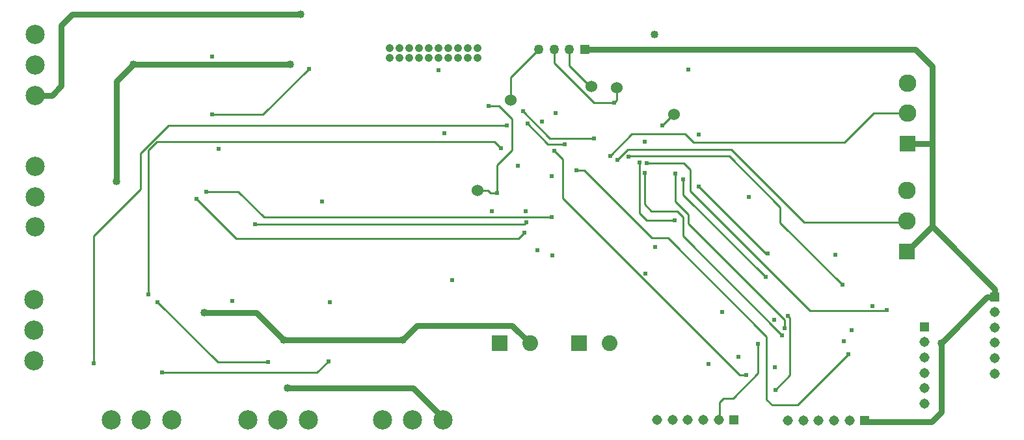
<source format=gbr>
%TF.GenerationSoftware,KiCad,Pcbnew,(6.0.4)*%
%TF.CreationDate,2022-04-12T20:51:16-07:00*%
%TF.ProjectId,L0005-Valve-Controller,4c303030-352d-4566-916c-76652d436f6e,1.0*%
%TF.SameCoordinates,Original*%
%TF.FileFunction,Copper,L4,Bot*%
%TF.FilePolarity,Positive*%
%FSLAX46Y46*%
G04 Gerber Fmt 4.6, Leading zero omitted, Abs format (unit mm)*
G04 Created by KiCad (PCBNEW (6.0.4)) date 2022-04-12 20:51:16*
%MOMM*%
%LPD*%
G01*
G04 APERTURE LIST*
%TA.AperFunction,ComponentPad*%
%ADD10C,1.066800*%
%TD*%
%TA.AperFunction,ComponentPad*%
%ADD11C,2.500000*%
%TD*%
%TA.AperFunction,SMDPad,CuDef*%
%ADD12C,1.524000*%
%TD*%
%TA.AperFunction,ComponentPad*%
%ADD13R,1.308000X1.308000*%
%TD*%
%TA.AperFunction,ComponentPad*%
%ADD14C,1.308000*%
%TD*%
%TA.AperFunction,ComponentPad*%
%ADD15R,2.050000X2.050000*%
%TD*%
%TA.AperFunction,ComponentPad*%
%ADD16C,2.286000*%
%TD*%
%TA.AperFunction,ComponentPad*%
%ADD17C,2.050000*%
%TD*%
%TA.AperFunction,ComponentPad*%
%ADD18R,1.258000X1.258000*%
%TD*%
%TA.AperFunction,ComponentPad*%
%ADD19C,1.258000*%
%TD*%
%TA.AperFunction,ViaPad*%
%ADD20C,0.607060*%
%TD*%
%TA.AperFunction,ViaPad*%
%ADD21C,1.016000*%
%TD*%
%TA.AperFunction,Conductor*%
%ADD22C,0.254000*%
%TD*%
%TA.AperFunction,Conductor*%
%ADD23C,0.762000*%
%TD*%
G04 APERTURE END LIST*
D10*
%TO.P,P1,1,1*%
%TO.N,3.3V*%
X108280200Y-75398250D03*
%TO.P,P1,2,2*%
X108280200Y-74128250D03*
%TO.P,P1,3,3*%
%TO.N,Earth*%
X109550200Y-75398250D03*
%TO.P,P1,4,4*%
X109550200Y-74128250D03*
%TO.P,P1,5,5*%
X110820200Y-75398250D03*
%TO.P,P1,6,6*%
X110820200Y-74128250D03*
%TO.P,P1,7,7*%
%TO.N,SWDIO*%
X112090200Y-75398250D03*
%TO.P,P1,8,8*%
%TO.N,Earth*%
X112090200Y-74128250D03*
%TO.P,P1,9,9*%
%TO.N,SWCLK*%
X113360200Y-75398250D03*
%TO.P,P1,10,10*%
%TO.N,Earth*%
X113360200Y-74128250D03*
%TO.P,P1,11,11*%
%TO.N,unconnected-(P1-Pad11)*%
X114630200Y-75398250D03*
%TO.P,P1,12,12*%
%TO.N,Earth*%
X114630200Y-74128250D03*
%TO.P,P1,13,13*%
%TO.N,SWO*%
X115900200Y-75398250D03*
%TO.P,P1,14,14*%
%TO.N,Earth*%
X115900200Y-74128250D03*
%TO.P,P1,15,15*%
%TO.N,NRST*%
X117170200Y-75398250D03*
%TO.P,P1,16,16*%
%TO.N,Earth*%
X117170200Y-74128250D03*
%TO.P,P1,17,17*%
%TO.N,unconnected-(P1-Pad17)*%
X118440200Y-75398250D03*
%TO.P,P1,18,18*%
%TO.N,Earth*%
X118440200Y-74128250D03*
%TO.P,P1,19,19*%
%TO.N,unconnected-(P1-Pad19)*%
X119710200Y-75398250D03*
%TO.P,P1,20,20*%
%TO.N,Earth*%
X119710200Y-74128250D03*
%TD*%
D11*
%TO.P,P3,1,1*%
%TO.N,Net-(C16-Pad2)*%
X115212000Y-122555000D03*
%TO.P,P3,2,2*%
%TO.N,AC_HOT*%
X111252000Y-122555000D03*
%TO.P,P3,3,3*%
%TO.N,unconnected-(P3-Pad3)*%
X107292000Y-122555000D03*
%TD*%
%TO.P,P4,1,1*%
%TO.N,Net-(C17-Pad2)*%
X97686000Y-122557000D03*
%TO.P,P4,2,2*%
%TO.N,AC_HOT*%
X93726000Y-122557000D03*
%TO.P,P4,3,3*%
%TO.N,unconnected-(P4-Pad3)*%
X89766000Y-122557000D03*
%TD*%
%TO.P,P5,1,1*%
%TO.N,Net-(C18-Pad2)*%
X79906000Y-122555000D03*
%TO.P,P5,2,2*%
%TO.N,AC_HOT*%
X75946000Y-122555000D03*
%TO.P,P5,3,3*%
%TO.N,unconnected-(P5-Pad3)*%
X71986000Y-122555000D03*
%TD*%
%TO.P,P6,1,1*%
%TO.N,Net-(C19-Pad2)*%
X61974000Y-114831000D03*
%TO.P,P6,2,2*%
%TO.N,AC_HOT*%
X61974000Y-110871000D03*
%TO.P,P6,3,3*%
%TO.N,unconnected-(P6-Pad3)*%
X61974000Y-106911000D03*
%TD*%
%TO.P,P8,1,1*%
%TO.N,Net-(C21-Pad2)*%
X62101000Y-80287000D03*
%TO.P,P8,2,2*%
%TO.N,AC_HOT*%
X62101000Y-76327000D03*
%TO.P,P8,3,3*%
%TO.N,unconnected-(P8-Pad3)*%
X62101000Y-72367000D03*
%TD*%
%TO.P,P7,1,1*%
%TO.N,Net-(C20-Pad2)*%
X62101000Y-97432000D03*
%TO.P,P7,2,2*%
%TO.N,AC_HOT*%
X62101000Y-93472000D03*
%TO.P,P7,3,3*%
%TO.N,unconnected-(P7-Pad3)*%
X62101000Y-89512000D03*
%TD*%
D12*
%TO.P,TP4,1*%
%TO.N,RX*%
X134518400Y-79146400D03*
%TD*%
D13*
%TO.P,P13,1,+12V*%
%TO.N,5V*%
X187042400Y-106507500D03*
D14*
%TO.P,P13,2,GND*%
%TO.N,Net-(P13-Pad2)*%
X187042400Y-108507500D03*
%TO.P,P13,3,3*%
%TO.N,Earth*%
X187042400Y-110507500D03*
%TO.P,P13,4,4*%
%TO.N,Net-(P13-Pad4)*%
X187042400Y-112507500D03*
%TO.P,P13,5,5*%
%TO.N,Earth*%
X187042400Y-114507500D03*
%TO.P,P13,6,6*%
X187042400Y-116507500D03*
%TD*%
D13*
%TO.P,P12,1,+12V*%
%TO.N,5V*%
X177901600Y-110417600D03*
D14*
%TO.P,P12,2,GND*%
%TO.N,Net-(P12-Pad2)*%
X177901600Y-112417600D03*
%TO.P,P12,3,3*%
%TO.N,5V*%
X177901600Y-114417600D03*
%TO.P,P12,4,4*%
%TO.N,Net-(P12-Pad4)*%
X177901600Y-116417600D03*
%TO.P,P12,5,5*%
%TO.N,/Valves/SBV2_PUL5*%
X177901600Y-118417600D03*
%TO.P,P12,6,6*%
%TO.N,Earth*%
X177901600Y-120417600D03*
%TD*%
D13*
%TO.P,P10,1,+12V*%
%TO.N,5V*%
X153080500Y-122526400D03*
D14*
%TO.P,P10,2,GND*%
%TO.N,Net-(P10-Pad2)*%
X151080500Y-122526400D03*
%TO.P,P10,3,3*%
%TO.N,5V*%
X149080500Y-122526400D03*
%TO.P,P10,4,4*%
%TO.N,Net-(P10-Pad4)*%
X147080500Y-122526400D03*
%TO.P,P10,5,5*%
%TO.N,/Valves/SBV1_PUL5*%
X145080500Y-122526400D03*
%TO.P,P10,6,6*%
%TO.N,Earth*%
X143080500Y-122526400D03*
%TD*%
D13*
%TO.P,P11,1,+12V*%
%TO.N,5V*%
X170098500Y-122628000D03*
D14*
%TO.P,P11,2,GND*%
%TO.N,Net-(P11-Pad2)*%
X168098500Y-122628000D03*
%TO.P,P11,3,3*%
%TO.N,Earth*%
X166098500Y-122628000D03*
%TO.P,P11,4,4*%
%TO.N,Net-(P11-Pad4)*%
X164098500Y-122628000D03*
%TO.P,P11,5,5*%
%TO.N,Earth*%
X162098500Y-122628000D03*
%TO.P,P11,6,6*%
X160098500Y-122628000D03*
%TD*%
D15*
%TO.P,P14,1,1*%
%TO.N,5V*%
X175670100Y-86578100D03*
D16*
%TO.P,P14,2,2*%
%TO.N,PG1*%
X175670100Y-82618100D03*
%TO.P,P14,3,3*%
%TO.N,Earth*%
X175670100Y-78658100D03*
%TD*%
D15*
%TO.P,P9,1,1*%
%TO.N,Net-(F1-Pad2)*%
X122564300Y-112576500D03*
D17*
%TO.P,P9,2,2*%
%TO.N,AC_NEUTRAL*%
X126524300Y-112576500D03*
%TD*%
D12*
%TO.P,TP5,1*%
%TO.N,TX*%
X137820400Y-79298800D03*
%TD*%
D18*
%TO.P,P2,1,+12V*%
%TO.N,5V*%
X133657600Y-74282000D03*
D19*
%TO.P,P2,2,GND*%
%TO.N,RX*%
X131657600Y-74282000D03*
%TO.P,P2,3,3*%
%TO.N,TX*%
X129657600Y-74282000D03*
%TO.P,P2,4,4*%
%TO.N,Earth*%
X127657600Y-74282000D03*
%TD*%
D15*
%TO.P,P16,1,1*%
%TO.N,Net-(P16-Pad1)*%
X132927500Y-112525700D03*
D17*
%TO.P,P16,2,2*%
%TO.N,Net-(D2-Pad1)*%
X136887500Y-112525700D03*
%TD*%
D12*
%TO.P,TP3,1*%
%TO.N,3.3V*%
X145288000Y-82753200D03*
%TD*%
D15*
%TO.P,P15,1,1*%
%TO.N,5V*%
X175568500Y-100598900D03*
D16*
%TO.P,P15,2,2*%
%TO.N,PG2*%
X175568500Y-96638900D03*
%TO.P,P15,3,3*%
%TO.N,Earth*%
X175568500Y-92678900D03*
%TD*%
D12*
%TO.P,TP2,1*%
%TO.N,Earth*%
X124053600Y-80924400D03*
%TD*%
%TO.P,TP1,1*%
%TO.N,NRST*%
X119684800Y-92659200D03*
%TD*%
D20*
%TO.N,Net-(K1-Pad2)*%
X78613000Y-116408200D03*
%TO.N,SOL5*%
X126064000Y-96795600D03*
D21*
%TO.N,3.3V*%
X142748000Y-72339200D03*
D20*
%TO.N,Earth*%
X154990800Y-93522800D03*
%TO.N,3.3V*%
X153659599Y-114361201D03*
%TO.N,SBV2_PUL*%
X167944800Y-113995200D03*
X132588000Y-90017600D03*
D21*
%TO.N,Net-(C16-Pad2)*%
X94996000Y-118414800D03*
D20*
%TO.N,3.3V*%
X143713200Y-84226400D03*
D21*
%TO.N,5V*%
X180035200Y-112522000D03*
D20*
%TO.N,PG1*%
X136956800Y-88138000D03*
%TO.N,SWCLK*%
X131013200Y-86614000D03*
%TO.N,PG2*%
X137922000Y-88646000D03*
%TO.N,ENCD2_B*%
X167182800Y-104952800D03*
X139344400Y-88290400D03*
%TO.N,SBV2_DIR*%
X146456400Y-91236800D03*
%TO.N,ENCD1_A*%
X145440400Y-90474800D03*
%TO.N,ENCD2_A*%
X148488400Y-92151200D03*
X157480000Y-100838000D03*
%TO.N,Earth*%
X166245600Y-101064000D03*
%TO.N,SBV2_EN*%
X141732000Y-89103200D03*
X172974000Y-108204000D03*
%TO.N,SBV2_DIR*%
X157175200Y-103936800D03*
%TO.N,Earth*%
X171094400Y-107696000D03*
%TO.N,3.3V*%
X168402000Y-110896400D03*
%TO.N,Earth*%
X167386000Y-112318800D03*
%TO.N,ENCD1_A*%
X159664400Y-110642400D03*
%TO.N,ENCD1_B*%
X141427200Y-90373200D03*
X159359600Y-111506000D03*
%TO.N,Net-(P10-Pad4)*%
X160121600Y-108966000D03*
X158445200Y-118618000D03*
%TO.N,Net-(P10-Pad2)*%
X156210000Y-112623600D03*
%TO.N,SBV1_DIR*%
X140766800Y-89001600D03*
X145389600Y-96520000D03*
%TO.N,Earth*%
X158343600Y-109474000D03*
%TO.N,SBV1_PUL*%
X129692400Y-87477600D03*
X154635200Y-116687600D03*
%TO.N,Earth*%
X158394400Y-115671600D03*
X149783800Y-115290600D03*
%TO.N,3.3V*%
X142798800Y-100025200D03*
X151536400Y-108508800D03*
%TO.N,Earth*%
X147116800Y-76911200D03*
%TO.N,TX*%
X137464800Y-81229200D03*
%TO.N,3.3V*%
X114655600Y-77012800D03*
%TO.N,NRST*%
X122224800Y-92964000D03*
X121107200Y-81635600D03*
%TO.N,SWO*%
X134823200Y-85852000D03*
X125628400Y-82346800D03*
%TO.N,SWCLK*%
X126187200Y-83972400D03*
%TO.N,SOL4*%
X129336800Y-96164400D03*
X84429600Y-92811600D03*
X85140800Y-82753200D03*
X97739200Y-76809600D03*
%TO.N,SOL1*%
X123545600Y-84175600D03*
X69748400Y-115163600D03*
%TO.N,SOL6*%
X125831600Y-98196400D03*
X83108800Y-93776800D03*
%TO.N,SOL3*%
X122732800Y-87172800D03*
X76860400Y-106222800D03*
%TO.N,SOL5*%
X90779600Y-97028000D03*
%TO.N,Earth*%
X148488400Y-85394800D03*
X141491600Y-86295600D03*
X141542400Y-103516800D03*
%TO.N,3.3V*%
X129413000Y-101117400D03*
X125933200Y-95402400D03*
X129320800Y-90795600D03*
%TO.N,Earth*%
X129859700Y-82585900D03*
%TO.N,3.3V*%
X128066800Y-83718400D03*
%TO.N,Earth*%
X124917200Y-89408000D03*
X127508000Y-100431600D03*
X121564400Y-95402400D03*
X116420000Y-104329600D03*
X99441000Y-94107000D03*
X100482400Y-107188000D03*
X115417600Y-85191600D03*
%TO.N,Net-(K1-Pad2)*%
X100279200Y-114909600D03*
%TO.N,Net-(C16-Pad2)*%
X92405200Y-115011200D03*
X78079600Y-107188000D03*
D21*
%TO.N,AC_NEUTRAL*%
X109931200Y-112166400D03*
X94488000Y-112166400D03*
X84175600Y-108559600D03*
D20*
%TO.N,Earth*%
X87757000Y-107061000D03*
D21*
%TO.N,AC_NEUTRAL*%
X95351600Y-76250800D03*
D20*
%TO.N,Earth*%
X86029800Y-87249000D03*
D21*
%TO.N,AC_NEUTRAL*%
X72694800Y-91440000D03*
X74879200Y-76250800D03*
D20*
%TO.N,Earth*%
X85191600Y-75184000D03*
%TO.N,Net-(C21-Pad2)*%
X77012800Y-69697600D03*
D21*
X96672400Y-69697600D03*
%TD*%
D22*
%TO.N,NRST*%
X122224800Y-92964000D02*
X121361200Y-92964000D01*
X121361200Y-92964000D02*
X121056400Y-92659200D01*
X121056400Y-92659200D02*
X119938800Y-92659200D01*
X119938800Y-92659200D02*
X119837200Y-92760800D01*
%TO.N,SBV2_PUL*%
X132588000Y-90017600D02*
X133553200Y-90017600D01*
X133553200Y-90017600D02*
X142392400Y-98856800D01*
X142392400Y-98856800D02*
X144475200Y-98856800D01*
X144475200Y-98856800D02*
X157327600Y-111709200D01*
X157327600Y-111709200D02*
X157327600Y-119888000D01*
X157327600Y-119888000D02*
X158038800Y-120599200D01*
X158038800Y-120599200D02*
X161340800Y-120599200D01*
X161340800Y-120599200D02*
X167944800Y-113995200D01*
D23*
%TO.N,Net-(C16-Pad2)*%
X94996000Y-118414800D02*
X111302800Y-118414800D01*
X111302800Y-118414800D02*
X114858800Y-121970800D01*
D22*
%TO.N,Earth*%
X124053600Y-80924400D02*
X124053600Y-77927200D01*
X124053600Y-77927200D02*
X127660400Y-74320400D01*
%TO.N,3.3V*%
X145288000Y-82753200D02*
X145186400Y-82753200D01*
X145186400Y-82753200D02*
X143713200Y-84226400D01*
%TO.N,RX*%
X131657600Y-74282000D02*
X131657600Y-76438000D01*
X131657600Y-76438000D02*
X134112000Y-78892400D01*
%TO.N,TX*%
X137820400Y-79298800D02*
X137820400Y-80873600D01*
X137820400Y-80873600D02*
X137464800Y-81229200D01*
D23*
%TO.N,5V*%
X180035200Y-121564400D02*
X178816000Y-122783600D01*
X180035200Y-112522000D02*
X180035200Y-121564400D01*
X178816000Y-122783600D02*
X170027600Y-122783600D01*
X180035200Y-112522000D02*
X186029600Y-106527600D01*
X186029600Y-106527600D02*
X186893200Y-106527600D01*
X187042400Y-106507500D02*
X187042400Y-105508400D01*
X187042400Y-105508400D02*
X178866800Y-97332800D01*
X178866800Y-76504800D02*
X178866800Y-86512400D01*
X178866800Y-86512400D02*
X178866800Y-97332800D01*
X175670100Y-86578100D02*
X178801100Y-86578100D01*
X178801100Y-86578100D02*
X178866800Y-86512400D01*
X133657600Y-74282000D02*
X176644000Y-74282000D01*
X176644000Y-74282000D02*
X178866800Y-76504800D01*
X178866800Y-97332800D02*
X175564800Y-100634800D01*
D22*
%TO.N,PG1*%
X136956800Y-88138000D02*
X139801600Y-85293200D01*
X147777200Y-86360000D02*
X167436800Y-86360000D01*
X139801600Y-85293200D02*
X146710400Y-85293200D01*
X146710400Y-85293200D02*
X147777200Y-86360000D01*
X167436800Y-86360000D02*
X171246800Y-82550000D01*
X171246800Y-82550000D02*
X175971200Y-82550000D01*
%TO.N,SWCLK*%
X131013200Y-86614000D02*
X128828800Y-86614000D01*
%TO.N,PG2*%
X137922000Y-88646000D02*
X139242800Y-87325200D01*
X139242800Y-87325200D02*
X152755600Y-87325200D01*
X152755600Y-87325200D02*
X162204400Y-96774000D01*
X162204400Y-96774000D02*
X175514000Y-96774000D01*
%TO.N,ENCD2_B*%
X159105600Y-94843600D02*
X159105600Y-96875600D01*
X152450800Y-88188800D02*
X159105600Y-94843600D01*
X159105600Y-96875600D02*
X167182800Y-104952800D01*
X139344400Y-88290400D02*
X139446000Y-88188800D01*
X139446000Y-88188800D02*
X152450800Y-88188800D01*
%TO.N,SBV2_DIR*%
X146456400Y-91795600D02*
X146456400Y-91236800D01*
%TO.N,ENCD1_A*%
X145440400Y-90474800D02*
X145424400Y-90560400D01*
X145424400Y-90795600D02*
X145440400Y-90474800D01*
%TO.N,SBV2_EN*%
X141732000Y-89103200D02*
X146558000Y-89103200D01*
X146558000Y-89103200D02*
X147370800Y-89916000D01*
X147370800Y-89916000D02*
X147370800Y-92710000D01*
X147370800Y-92710000D02*
X162986841Y-108326041D01*
X162986841Y-108326041D02*
X172851959Y-108326041D01*
X172851959Y-108326041D02*
X172974000Y-108204000D01*
%TO.N,ENCD2_A*%
X157480000Y-100838000D02*
X157175200Y-100838000D01*
X157175200Y-100838000D02*
X148488400Y-92151200D01*
%TO.N,SBV2_DIR*%
X157175200Y-103936800D02*
X146456400Y-93218000D01*
X146456400Y-93218000D02*
X146456400Y-91795600D01*
%TO.N,ENCD1_A*%
X145424400Y-90795600D02*
X145424400Y-94116400D01*
X147116800Y-96977200D02*
X159664400Y-109524800D01*
X145424400Y-94116400D02*
X147116800Y-95808800D01*
X147116800Y-95808800D02*
X147116800Y-96977200D01*
X159664400Y-109524800D02*
X159664400Y-110642400D01*
%TO.N,ENCD1_B*%
X159359600Y-111506000D02*
X146456400Y-98602800D01*
X146456400Y-98602800D02*
X146456400Y-96113600D01*
X146456400Y-96113600D02*
X145694400Y-95351600D01*
X142341600Y-95351600D02*
X141427200Y-94437200D01*
X145694400Y-95351600D02*
X142341600Y-95351600D01*
X141427200Y-94437200D02*
X141427200Y-90373200D01*
%TO.N,Net-(P10-Pad4)*%
X158445200Y-118618000D02*
X160375600Y-116687600D01*
X160375600Y-116687600D02*
X160375600Y-109220000D01*
X160375600Y-109220000D02*
X160121600Y-108966000D01*
%TO.N,Net-(P10-Pad2)*%
X156210000Y-112623600D02*
X156210000Y-116484400D01*
X156210000Y-116484400D02*
X152958800Y-119735600D01*
X152958800Y-119735600D02*
X151739600Y-119735600D01*
X151739600Y-119735600D02*
X151180800Y-120294400D01*
X151180800Y-120294400D02*
X151180800Y-122682000D01*
%TO.N,SBV1_DIR*%
X141681200Y-96520000D02*
X140766800Y-95605600D01*
X145389600Y-96520000D02*
X141681200Y-96520000D01*
X140766800Y-95605600D02*
X140766800Y-89001600D01*
%TO.N,SBV1_PUL*%
X130810000Y-93675414D02*
X130810000Y-88595200D01*
X154635200Y-116687600D02*
X153822186Y-116687600D01*
X153822186Y-116687600D02*
X130810000Y-93675414D01*
X130810000Y-88595200D02*
X129692400Y-87477600D01*
%TO.N,TX*%
X134823200Y-81229200D02*
X137464800Y-81229200D01*
X129657600Y-74282000D02*
X129657600Y-76063600D01*
X129657600Y-76063600D02*
X134823200Y-81229200D01*
%TO.N,NRST*%
X121107200Y-81635600D02*
X122478800Y-81635600D01*
X124175641Y-87406359D02*
X122224800Y-89357200D01*
X122478800Y-81635600D02*
X124175641Y-83332441D01*
X124175641Y-83332441D02*
X124175641Y-87406359D01*
X122224800Y-89357200D02*
X122224800Y-92964000D01*
%TO.N,SWO*%
X125628400Y-82346800D02*
X129133600Y-85852000D01*
X129133600Y-85852000D02*
X134823200Y-85852000D01*
%TO.N,SWCLK*%
X126187200Y-83972400D02*
X128828800Y-86614000D01*
%TO.N,SOL4*%
X84429600Y-92811600D02*
X88544400Y-92811600D01*
X88544400Y-92811600D02*
X91897200Y-96164400D01*
X91897200Y-96164400D02*
X129336800Y-96164400D01*
X97739200Y-76809600D02*
X91795600Y-82753200D01*
X91795600Y-82753200D02*
X85140800Y-82753200D01*
%TO.N,SOL1*%
X75844400Y-87801426D02*
X79470226Y-84175600D01*
X75844400Y-92506800D02*
X75844400Y-87801426D01*
X69748400Y-115163600D02*
X69748400Y-98602800D01*
X69748400Y-98602800D02*
X75844400Y-92506800D01*
X79470226Y-84175600D02*
X123545600Y-84175600D01*
%TO.N,SOL6*%
X88290400Y-98958400D02*
X125069600Y-98958400D01*
X83108800Y-93776800D02*
X88290400Y-98958400D01*
X125069600Y-98958400D02*
X125831600Y-98196400D01*
%TO.N,SOL3*%
X77978000Y-86309200D02*
X121869200Y-86309200D01*
X76860400Y-106222800D02*
X76860400Y-87426800D01*
X76860400Y-87426800D02*
X77978000Y-86309200D01*
X121869200Y-86309200D02*
X122732800Y-87172800D01*
%TO.N,SOL5*%
X90779600Y-97028000D02*
X125831600Y-97028000D01*
X125831600Y-97028000D02*
X125958600Y-96901000D01*
%TO.N,Net-(K1-Pad2)*%
X78613000Y-116408200D02*
X98780600Y-116408200D01*
X98780600Y-116408200D02*
X100279200Y-114909600D01*
%TO.N,Net-(C16-Pad2)*%
X78079600Y-107188000D02*
X85902800Y-115011200D01*
X85902800Y-115011200D02*
X92405200Y-115011200D01*
D23*
%TO.N,AC_NEUTRAL*%
X126524300Y-112576500D02*
X124183800Y-110236000D01*
X124183800Y-110236000D02*
X111861600Y-110236000D01*
X111861600Y-110236000D02*
X109931200Y-112166400D01*
X94488000Y-112166400D02*
X109931200Y-112166400D01*
X84175600Y-108559600D02*
X90881200Y-108559600D01*
X90881200Y-108559600D02*
X94488000Y-112166400D01*
X74879200Y-76250800D02*
X95351600Y-76250800D01*
X74879200Y-76250800D02*
X72694800Y-78435200D01*
X72694800Y-78435200D02*
X72694800Y-91440000D01*
%TO.N,Net-(C21-Pad2)*%
X77012800Y-69697600D02*
X96672400Y-69697600D01*
X62101000Y-80287000D02*
X64289800Y-80287000D01*
X64289800Y-80287000D02*
X65532000Y-79044800D01*
X65532000Y-79044800D02*
X65532000Y-71120000D01*
X65532000Y-71120000D02*
X66954400Y-69697600D01*
X66954400Y-69697600D02*
X77012800Y-69697600D01*
%TD*%
M02*

</source>
